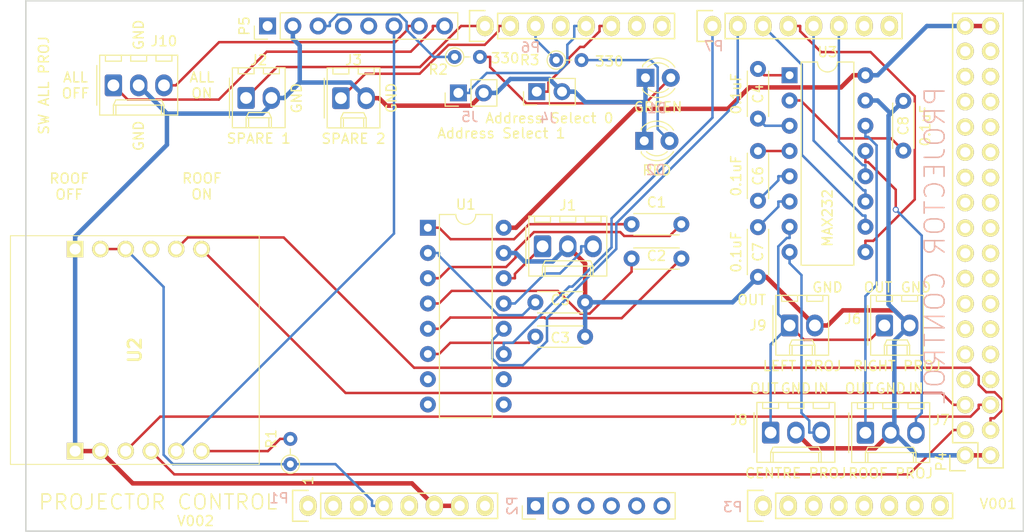
<source format=kicad_pcb>
(kicad_pcb (version 20211014) (generator pcbnew)
  (title_block (date "mar. 31 mars 2015"))
  (layers (0 "F.Cu" signal) (31 "B.Cu" signal) (34 "B.Paste" user) (35 "F.Paste" user) (36 "B.SilkS" user "B.Silkscreen") (37 "F.SilkS" user "F.Silkscreen") (38 "B.Mask" user) (39 "F.Mask" user) (44 "Edge.Cuts" user))
  (net 0 "")
  (net 1 "GND")
  (net 2 "/47")
  (net 3 "/45")
  (net 4 "/43")
  (net 5 "/41")
  (net 6 "/39")
  (net 7 "/37")
  (net 8 "/35")
  (net 9 "/33")
  (net 10 "Net-(C1-Pad1)")
  (net 11 "/31")
  (net 12 "Net-(C1-Pad2)")
  (net 13 "/29")
  (net 14 "Net-(C2-Pad1)")
  (net 15 "/27")
  (net 16 "Net-(C2-Pad2)")
  (net 17 "/25")
  (net 18 "Net-(C3-Pad1)")
  (net 19 "/23")
  (net 20 "+5V")
  (net 21 "GNDD")
  (net 22 "/ALL_ON")
  (net 23 "/SPARE 1")
  (net 24 "/SPARE 2")
  (net 25 "/ROOF_OFF")
  (net 26 "/ROOF_ON")
  (net 27 "/ALL_OFF")
  (net 28 "Net-(D1-Pad2)")
  (net 29 "Net-(D2-Pad2)")
  (net 31 "/RED_LED")
  (net 32 "/GREEN_LED")
  (net 33 "/SERIAL_TX3")
  (net 34 "Net-(C4-Pad1)")
  (net 36 "/IOREF")
  (net 37 "/Reset")
  (net 38 "/SCLK")
  (net 39 "/Vin")
  (net 40 "/A5")
  (net 41 "/A8")
  (net 42 "/A9")
  (net 43 "/SERIAL_RX3")
  (net 44 "/SERIAL_TX2")
  (net 45 "/SERIAL_RX2")
  (net 46 "/SERIAL_TX1")
  (net 47 "/SERIAL_RX1")
  (net 48 "/ADDRESS_SELECT_0")
  (net 49 "/ADDRESS_SELECT_1")
  (net 50 "/A10")
  (net 51 "/A11")
  (net 52 "+5VL")
  (net 53 "/A3")
  (net 54 "/A2")
  (net 55 "/A1")
  (net 56 "/A0")
  (net 57 "/A4")
  (net 58 "/A12")
  (net 59 "/A13")
  (net 60 "/A14")
  (net 61 "/A15")
  (net 62 "/MISO")
  (net 64 "/MOSI")
  (net 65 "/ES1_RST")
  (net 80 "/SS")
  (net 81 "/AREF")
  (net 83 "/D1")
  (net 84 "/D0")
  (net 86 "/RS232_TX2")
  (net 87 "/RS232_RX2")
  (net 88 "/RS232_RX1")
  (net 89 "/RS232_TX1")
  (net 90 "Net-(R1-Pad2)")
  (net 91 "+3.3V")
  (net 92 "Net-(C4-Pad2)")
  (net 93 "Net-(C5-Pad1)")
  (net 94 "Net-(C6-Pad1)")
  (net 95 "Net-(C6-Pad2)")
  (net 96 "Net-(C7-Pad1)")
  (net 97 "Net-(C8-Pad1)")
  (net 98 "/RS232_TX3")
  (net 99 "/RS232_RX3")
  (footprint "Socket_Arduino_Mega:Socket_Strip_Arduino_2x18" (layer "F.Cu") (at 197.358 114.046 90)
    (fp_text reference "P4")
    (fp_text value "Digital")
  )
  (footprint "Socket_Arduino_Mega:Socket_Strip_Arduino_1x08" (layer "F.Cu") (at 131.318 119.126)
    (fp_text reference "P1")
    (fp_text value "Power")
  )
  (footprint "Connector_PinHeader_2.54mm:PinHeader_1x06_P2.54mm_Vertical" (layer "F.Cu") (at 154.178 119.126 90)
    (fp_text reference "P2")
    (fp_text value "Analog")
  )
  (footprint "Socket_Arduino_Mega:Socket_Strip_Arduino_1x08" (layer "F.Cu") (at 177.038 119.126)
    (fp_text reference "P3")
    (fp_text value "Analog")
  )
  (footprint "Connector_PinHeader_2.54mm:PinHeader_1x08_P2.54mm_Vertical" (layer "F.Cu") (at 127.254 70.866 90)
    (fp_text reference "P5")
    (fp_text value "PWM")
  )
  (footprint "Socket_Arduino_Mega:Socket_Strip_Arduino_1x08" (layer "F.Cu") (at 149.098 70.866)
    (fp_text reference "P6")
    (fp_text value "PWM")
  )
  (footprint "Socket_Arduino_Mega:Socket_Strip_Arduino_1x08" (layer "F.Cu") (at 171.958 70.866)
    (fp_text reference "P7")
    (fp_text value "Communication")
  )
  (footprint "LED_THT:LED_D3.0mm" (layer "F.Cu") (at 165.227 76.073)
    (fp_text reference "D1")
    (fp_text value "GREEN")
  )
  (footprint "LED_THT:LED_D3.0mm" (layer "F.Cu") (at 165.1 82.423)
    (fp_text reference "D2")
    (fp_text value "RED")
  )
  (footprint "Connector_PinHeader_2.54mm:PinHeader_1x02_P2.54mm_Vertical" (layer "F.Cu") (at 154.3 77.47 90)
    (fp_text reference "J4")
    (fp_text value "Address Select 0")
  )
  (footprint "Connector_PinHeader_2.54mm:PinHeader_1x02_P2.54mm_Vertical" (layer "F.Cu") (at 146.426 77.597 90)
    (fp_text reference "J5")
    (fp_text value "Address Select 1")
  )
  (footprint "PT_Library_v001:PT_R_Axial_DIN0204_L3.6mm_D1.6mm_P2.54mm_Vertical" (layer "F.Cu") (at 146.05 73.9775)
    (fp_text reference "R2")
    (fp_text value "330")
  )
  (footprint "PT_Library_v001:PT_R_Axial_DIN0204_L3.6mm_D1.6mm_P2.54mm_Vertical" (layer "F.Cu") (at 156.26 74.295)
    (fp_text reference "R3")
    (fp_text value "330")
  )
  (footprint "Capacitor_THT:C_Disc_D4.3mm_W1.9mm_P5.00mm" (layer "F.Cu") (at 176.53 91.099 -90)
    (fp_text reference "C7")
    (fp_text value "0.1uF")
  )
  (footprint "Connector_Molex:Molex_KK-254_AE-6410-02A_1x02_P2.54mm_Vertical" (layer "F.Cu") (at 125.095 78.105)
    (fp_text reference "J2")
    (fp_text value "SPARE 1")
  )
  (footprint "USR-ES1:USRES1" (layer "F.Cu") (at 107.915 113.62 90)
    (fp_text reference "U2")
    (fp_text value "USR-ES1" hide)
  )
  (footprint "Capacitor_THT:C_Disc_D4.3mm_W1.9mm_P5.00mm" (layer "F.Cu") (at 163.83 90.805)
    (fp_text reference "C1")
    (fp_text value "0.1uF")
  )
  (footprint "Connector_Molex:Molex_KK-254_AE-6410-02A_1x02_P2.54mm_Vertical" (layer "F.Cu") (at 189.23 100.985)
    (fp_text reference "J6")
    (fp_text value "RIGHT PROJ")
  )
  (footprint "Capacitor_THT:C_Disc_D4.3mm_W1.9mm_P5.00mm" (layer "F.Cu") (at 191.135 83.399 90)
    (fp_text reference "C8")
    (fp_text value "0.1uF")
  )
  (footprint "Connector_Molex:Molex_KK-254_AE-6410-03A_1x03_P2.54mm_Vertical" (layer "F.Cu") (at 177.8 111.76)
    (fp_text reference "J8")
    (fp_text value "CENTRE PROJ")
  )
  (footprint "Connector_Molex:Molex_KK-254_AE-6410-03A_1x03_P2.54mm_Vertical" (layer "F.Cu") (at 187.325 111.78)
    (fp_text reference "J7")
    (fp_text value "ROOF PROJ")
  )
  (footprint "Connector_Molex:Molex_KK-254_AE-6410-03A_1x03_P2.54mm_Vertical" (layer "F.Cu") (at 154.88 93.025)
    (fp_text reference "J1")
    (fp_text value "SPARE PROJ")
  )
  (footprint "Capacitor_THT:C_Disc_D4.3mm_W1.9mm_P5.00mm" (layer "F.Cu") (at 154.16 98.655)
    (fp_text reference "C5")
    (fp_text value "0.1uF")
  )
  (footprint "Connector_Molex:Molex_KK-254_AE-6410-02A_1x02_P2.54mm_Vertical" (layer "F.Cu") (at 179.705 100.985)
    (fp_text reference "J9")
    (fp_text value "LEFT PROJ")
  )
  (footprint "Package_DIP:DIP-16_W7.62mm" (layer "F.Cu") (at 143.36 91.155)
    (fp_text reference "U1")
    (fp_text value "MAX232")
  )
  (footprint "Connector_Molex:Molex_KK-254_AE-6410-03A_1x03_P2.54mm_Vertical" (layer "F.Cu") (at 111.76 76.835)
    (fp_text reference "J10")
    (fp_text value "SW ALL PROJ")
  )
  (footprint "Capacitor_THT:C_Disc_D4.3mm_W1.9mm_P5.00mm" (layer "F.Cu") (at 176.53 75.184 -90)
    (fp_text reference "C4")
    (fp_text value "0.1uF")
  )
  (footprint "Package_DIP:DIP-16_W7.62mm" (layer "F.Cu") (at 179.705 75.819)
    (fp_text reference "U3")
    (fp_text value "MAX232")
  )
  (footprint "Capacitor_THT:C_Disc_D4.3mm_W1.9mm_P5.00mm" (layer "F.Cu") (at 163.83 94.255)
    (fp_text reference "C2")
    (fp_text value "0.1uF")
  )
  (footprint "Connector_Molex:Molex_KK-254_AE-6410-02A_1x02_P2.54mm_Vertical" (layer "F.Cu") (at 134.62 78.125)
    (fp_text reference "J3")
    (fp_text value "SPARE 2")
  )
  (footprint "Capacitor_THT:C_Disc_D4.3mm_W1.9mm_P5.00mm" (layer "F.Cu") (at 154.16 102.105)
    (fp_text reference "C3")
    (fp_text value "0.1uF")
  )
  (footprint "PT_Library_v001:PT_R_Axial_DIN0204_L3.6mm_D1.6mm_P2.54mm_Vertical" (layer "F.Cu") (at 129.54 114.935 90)
    (fp_text reference "R1")
    (fp_text value "10K")
  )
  (footprint "Capacitor_THT:C_Disc_D4.3mm_W1.9mm_P5.00mm" (layer "F.Cu") (at 176.53 83.439 -90)
    (fp_text reference "C6")
    (fp_text value "0.1uF")
  )
  (gr_line (start 102.965 121.666) (end 203.2 121.666) (layer "Edge.Cuts") (width 0.15))
  (gr_line (start 203.2 121.666) (end 203.2 68.326) (layer "Edge.Cuts") (width 0.15))
  (gr_line (start 102.965 68.326) (end 102.965 121.666) (layer "Edge.Cuts") (width 0.15))
  (gr_line (start 102.965 68.326) (end 203.2 68.326) (layer "Edge.Cuts") (width 0.15))
  (gr_text "PROJECTOR CONTROL\n" (at 194.31 76.835 90) (layer "B.SilkS") (effects (font (size 2 2)) (justify left mirror)))
  (gr_text "V001\n" (at 200.66 118.9355) (layer "F.SilkS") (effects (font (size 1 1))))
  (gr_text "GND" (at 114.3 71.755 90) (layer "F.SilkS") (effects (font (size 1 1))))
  (gr_text "ALL\nON" (at 120.65 76.835) (layer "F.SilkS") (effects (font (size 1 1))))
  (gr_text "V002\n" (at 120.015 120.65) (layer "F.SilkS") (effects (font (size 1 1))))
  (gr_text "OUT" (at 186.69 107.315) (layer "F.SilkS") (effects (font (size 1 1))))
  (gr_text "GND" (at 114.3 81.915 90) (layer "F.SilkS") (effects (font (size 1 1))))
  (gr_text "IN" (at 192.405 107.315) (layer "F.SilkS") (effects (font (size 1 1))))
  (gr_text "OUT" (at 175.895 98.425) (layer "F.SilkS") (effects (font (size 1 1))))
  (gr_text "GND" (at 180.34 107.315) (layer "F.SilkS") (effects (font (size 1 1))))
  (gr_text "GND" (at 183.515 97.155) (layer "F.SilkS") (effects (font (size 1 1))))
  (gr_text "1" (at 131.318 116.586 90) (layer "F.SilkS") (effects (font (size 1 1))))
  (gr_text "ALL\nOFF" (at 107.95 76.835) (layer "F.SilkS") (effects (font (size 1 1))))
  (gr_text "GND" (at 192.405 97.155) (layer "F.SilkS") (effects (font (size 1 1))))
  (gr_text "ROOF\nON" (at 120.65 86.995) (layer "F.SilkS") (effects (font (size 1 1))))
  (gr_text "ROOF\nOFF" (at 107.315 87.015) (layer "F.SilkS") (effects (font (size 1 1))))
  (gr_text "GND" (at 130.175 78.125 90) (layer "F.SilkS") (effects (font (size 1 1))))
  (gr_text "OUT" (at 177.165 107.315) (layer "F.SilkS") (effects (font (size 1 1))))
  (gr_text "PROJECTOR CONTROL\n" (at 104.14 118.745) (layer "F.SilkS") (effects (font (size 1.5 1.5)) (justify left)))
  (gr_text "GND" (at 139.7 78.105 90) (layer "F.SilkS") (effects (font (size 1 1))))
  (gr_text "OUT" (at 188.595 97.155) (layer "F.SilkS") (effects (font (size 1 1))))
  (gr_text "IN" (at 182.88 107.315) (layer "F.SilkS") (effects (font (size 1 1))))
  (gr_text "GND" (at 189.865 107.315) (layer "F.SilkS") (effects (font (size 1 1))))
  (segment (start 188.3019 113.3431) (end 189.865 111.78) (width 0.45) (layer "F.Cu") (net 1))
  (segment (start 190.2486 99.4636) (end 185.0617 99.4636) (width 0.45) (layer "F.Cu") (net 1))
  (segment (start 199.898 114.046) (end 197.358 114.046) (width 0.45) (layer "F.Cu") (net 1))
  (segment (start 181.9231 113.3431) (end 188.3019 113.3431) (width 0.45) (layer "F.Cu") (net 1))
  (segment (start 182.245 100.985) (end 177.359 96.099) (width 0.45) (layer "F.Cu") (net 1))
  (segment (start 157.42 93.025) (end 159.16 94.765) (width 0.45) (layer "F.Cu") (net 1))
  (segment (start 180.34 111.76) (end 181.9231 113.3431) (width 0.45) (layer "F.Cu") (net 1))
  (segment (start 177.359 96.099) (end 176.53 96.099) (width 0.45) (layer "F.Cu") (net 1))
  (segment (start 185.0617 99.4636) (end 183.5403 100.985) (width 0.45) (layer "F.Cu") (net 1))
  (segment (start 159.16 94.765) (end 159.16 98.655) (width 0.45) (layer "F.Cu") (net 1))
  (segment (start 191.77 100.985) (end 190.2486 99.4636) (width 0.45) (layer "F.Cu") (net 1))
  (segment (start 182.245 100.985) (end 183.5403 100.985) (width 0.45) (layer "F.Cu") (net 1))
  (segment (start 187.325 78.359) (end 188.5503 78.359) (width 0.45) (layer "B.Cu") (net 1))
  (segment (start 188.5503 78.359) (end 189.8627 79.6713) (width 0.45) (layer "B.Cu") (net 1))
  (segment (start 189.8627 79.6713) (end 191.135 78.399) (width 0.45) (layer "B.Cu") (net 1))
  (segment (start 152.2053 93.695) (end 153.0566 94.5463) (width 0.45) (layer "B.Cu") (net 1))
  (segment (start 189.865 111.78) (end 190.2334 111.78) (width 0.45) (layer "B.Cu") (net 1))
  (segment (start 189.6493 79.8847) (end 189.8627 79.6713) (width 0.45) (layer "B.Cu") (net 1))
  (segment (start 190.2334 102.5216) (end 191.77 100.985) (width 0.45) (layer "B.Cu") (net 1))
  (segment (start 192.4994 114.046) (end 190.2334 111.78) (width 0.45) (layer "B.Cu") (net 1))
  (segment (start 189.6493 98.8643) (end 189.6493 79.8847) (width 0.45) (layer "B.Cu") (net 1))
  (segment (start 150.98 93.695) (end 152.2053 93.695) (width 0.45) (layer "B.Cu") (net 1))
  (segment (start 153.0566 94.5463) (end 155.8987 94.5463) (width 0.45) (layer "B.Cu") (net 1))
  (segment (start 159.16 102.105) (end 159.16 98.655) (width 0.45) (layer "B.Cu") (net 1))
  (segment (start 190.2334 111.78) (end 190.2334 102.5216) (width 0.45) (layer "B.Cu") (net 1))
  (segment (start 197.358 114.046) (end 192.4994 114.046) (width 0.45) (layer "B.Cu") (net 1))
  (segment (start 159.16 98.655) (end 173.974 98.655) (width 0.45) (layer "B.Cu") (net 1))
  (segment (start 155.8987 94.5463) (end 157.42 93.025) (width 0.45) (layer "B.Cu") (net 1))
  (segment (start 173.974 98.655) (end 176.53 96.099) (width 0.45) (layer "B.Cu") (net 1))
  (segment (start 191.77 100.985) (end 189.6493 98.8643) (width 0.45) (layer "B.Cu") (net 1))
  (segment (start 143.36 91.155) (end 144.4853 91.155) (width 0.25) (layer "F.Cu") (net 10))
  (segment (start 153.5264 90.805) (end 163.83 90.805) (width 0.25) (layer "F.Cu") (net 10))
  (segment (start 144.4853 91.155) (end 145.6393 92.309) (width 0.25) (layer "F.Cu") (net 10))
  (segment (start 145.6393 92.309) (end 152.0224 92.309) (width 0.25) (layer "F.Cu") (net 10))
  (segment (start 152.0224 92.309) (end 153.5264 90.805) (width 0.25) (layer "F.Cu") (net 10))
  (segment (start 168.83 90.805) (end 167.6492 91.9858) (width 0.25) (layer "F.Cu") (net 12))
  (segment (start 152.1723 94.1563) (end 151.2189 95.1097) (width 0.25) (layer "F.Cu") (net 12))
  (segment (start 143.36 96.235) (end 144.4853 96.235) (width 0.25) (layer "F.Cu") (net 12))
  (segment (start 162.6907 91.5907) (end 154.0209 91.5907) (width 0.25) (layer "F.Cu") (net 12))
  (segment (start 145.6106 95.1097) (end 144.4853 96.235) (width 0.25) (layer "F.Cu") (net 12))
  (segment (start 167.6492 91.9858) (end 163.0858 91.9858) (width 0.25) (layer "F.Cu") (net 12))
  (segment (start 154.0209 91.5907) (end 152.1723 93.4393) (width 0.25) (layer "F.Cu") (net 12))
  (segment (start 152.1723 93.4393) (end 152.1723 94.1563) (width 0.25) (layer "F.Cu") (net 12))
  (segment (start 151.2189 95.1097) (end 145.6106 95.1097) (width 0.25) (layer "F.Cu") (net 12))
  (segment (start 163.0858 91.9858) (end 162.6907 91.5907) (width 0.25) (layer "F.Cu") (net 12))
  (segment (start 163.83 95.5828) (end 159.6171 99.7957) (width 0.25) (layer "F.Cu") (net 14))
  (segment (start 143.36 98.775) (end 144.4853 98.775) (width 0.25) (layer "F.Cu") (net 14))
  (segment (start 159.6171 99.7957) (end 158.701 99.7957) (width 0.25) (layer "F.Cu") (net 14))
  (segment (start 158.701 99.7957) (end 156.4139 97.5086) (width 0.25) (layer "F.Cu") (net 14))
  (segment (start 145.7517 97.5086) (end 144.4853 98.775) (width 0.25) (layer "F.Cu") (net 14))
  (segment (start 156.4139 97.5086) (end 145.7517 97.5086) (width 0.25) (layer "F.Cu") (net 14))
  (segment (start 163.83 94.255) (end 163.83 95.5828) (width 0.25) (layer "F.Cu") (net 14))
  (segment (start 145.6111 100.1892) (end 155.0946 100.1892) (width 0.25) (layer "F.Cu") (net 16))
  (segment (start 155.0946 100.1892) (end 155.1586 100.2532) (width 0.25) (layer "F.Cu") (net 16))
  (segment (start 143.36 101.315) (end 144.4853 101.315) (width 0.25) (layer "F.Cu") (net 16))
  (segment (start 162.8318 100.2532) (end 168.83 94.255) (width 0.25) (layer "F.Cu") (net 16))
  (segment (start 155.1586 100.2532) (end 162.8318 100.2532) (width 0.25) (layer "F.Cu") (net 16))
  (segment (start 144.4853 101.315) (end 145.6111 100.1892) (width 0.25) (layer "F.Cu") (net 16))
  (segment (start 154.16 102.105) (end 153.5353 102.7297) (width 0.25) (layer "F.Cu") (net 18))
  (segment (start 143.36 103.855) (end 144.4853 103.855) (width 0.25) (layer "F.Cu") (net 18))
  (segment (start 145.6106 102.7297) (end 144.4853 103.855) (width 0.25) (layer "F.Cu") (net 18))
  (segment (start 153.5353 102.7297) (end 145.6106 102.7297) (width 0.25) (layer "F.Cu") (net 18))
  (segment (start 173.5072 79.1958) (end 164.1645 79.1958) (width 0.45) (layer "F.Cu") (net 20))
  (segment (start 164.1645 79.1958) (end 152.2053 91.155) (width 0.45) (layer "F.Cu") (net 20))
  (segment (start 150.98 91.155) (end 152.2053 91.155) (width 0.45) (layer "F.Cu") (net 20))
  (segment (start 175.6587 77.0443) (end 173.5072 79.1958) (width 0.45) (layer "F.Cu") (net 20))
  (segment (start 184.8744 77.0443) (end 175.6587 77.0443) (width 0.45) (layer "F.Cu") (net 20))
  (segment (start 187.325 75.819) (end 186.0997 75.819) (width 0.45) (layer "F.Cu") (net 20))
  (segment (start 186.0997 75.819) (end 184.8744 77.0443) (width 0.45) (layer "F.Cu") (net 20))
  (segment (start 199.898 70.866) (end 197.358 70.866) (width 0.45) (layer "F.Cu") (net 20))
  (segment (start 188.5503 75.819) (end 193.5033 70.866) (width 0.45) (layer "B.Cu") (net 20))
  (segment (start 187.325 75.819) (end 188.5503 75.819) (width 0.45) (layer "B.Cu") (net 20))
  (segment (start 193.5033 70.866) (end 197.358 70.866) (width 0.45) (layer "B.Cu") (net 20))
  (segment (start 146.558 119.126) (end 144.018 119.126) (width 0.45) (layer "F.Cu") (net 21))
  (segment (start 110.455 113.62) (end 113.7038 116.8688) (width 0.45) (layer "F.Cu") (net 21))
  (segment (start 141.7608 116.8688) (end 144.018 119.126) (width 0.45) (layer "F.Cu") (net 21))
  (segment (start 137.16 78.125) (end 138.4553 78.125) (width 0.45) (layer "F.Cu") (net 21))
  (segment (start 139.2099 78.8796) (end 147.6834 78.8796) (width 0.45) (layer "F.Cu") (net 21))
  (segment (start 147.6834 78.8796) (end 148.966 77.597) (width 0.45) (layer "F.Cu") (net 21))
  (segment (start 110.455 113.62) (end 107.915 113.62) (width 0.45) (layer "F.Cu") (net 21))
  (segment (start 138.4553 78.125) (end 139.2099 78.8796) (width 0.45) (layer "F.Cu") (net 21))
  (segment (start 113.7038 116.8688) (end 141.7608 116.8688) (width 0.45) (layer "F.Cu") (net 21))
  (segment (start 128.2827 78.105) (end 126.7122 79.6755) (width 0.45) (layer "B.Cu") (net 21))
  (segment (start 126.7122 79.6755) (end 117.1405 79.6755) (width 0.45) (layer "B.Cu") (net 21))
  (segment (start 117.1405 82.8167) (end 107.915 92.0422) (width 0.45) (layer "B.Cu") (net 21))
  (segment (start 165.1 81.0977) (end 165.1 78.5218) (width 0.45) (layer "B.Cu") (net 21))
  (segment (start 107.915 93.3) (end 107.915 113.62) (width 0.45) (layer "B.Cu") (net 21))
  (segment (start 127.635 78.105) (end 128.2827 78.105) (width 0.45) (layer "B.Cu") (net 21))
  (segment (start 159.1671 78.5218) (end 158.1153 77.47) (width 0.45) (layer "B.Cu") (net 21))
  (segment (start 165.1 82.423) (end 165.1 81.0977) (width 0.45) (layer "B.Cu") (net 21))
  (segment (start 128.2827 78.105) (end 128.9303 78.105) (width 0.45) (layer "B.Cu") (net 21))
  (segment (start 135.5851 76.5501) (end 130.4852 76.5501) (width 0.45) (layer "B.Cu") (net 21))
  (segment (start 165.227 78.3948) (end 165.1 78.5218) (width 0.45) (layer "B.Cu") (net 21))
  (segment (start 129.794 72.1413) (end 130.4852 72.8325) (width 0.45) (layer "B.Cu") (net 21))
  (segment (start 165.227 76.073) (end 165.227 78.3948) (width 0.45) (layer "B.Cu") (net 21))
  (segment (start 117.1405 79.6755) (end 117.1405 82.8167) (width 0.45) (layer "B.Cu") (net 21))
  (segment (start 129.794 70.866) (end 129.794 72.1413) (width 0.45) (layer "B.Cu") (net 21))
  (segment (start 165.1 78.5218) (end 159.1671 78.5218) (width 0.45) (layer "B.Cu") (net 21))
  (segment (start 156.84 77.47) (end 158.1153 77.47) (width 0.45) (layer "B.Cu") (net 21))
  (segment (start 151.6437 76.1946) (end 155.5646 76.1946) (width 0.45) (layer "B.Cu") (net 21))
  (segment (start 137.16 78.125) (end 135.5851 76.5501) (width 0.45) (layer "B.Cu") (net 21))
  (segment (start 150.2413 77.597) (end 151.6437 76.1946) (width 0.45) (layer "B.Cu") (net 21))
  (segment (start 130.4852 76.5501) (end 128.9303 78.105) (width 0.45) (layer "B.Cu") (net 21))
  (segment (start 117.1405 79.6755) (end 114.3 76.835) (width 0.45) (layer "B.Cu") (net 21))
  (segment (start 107.915 93.3) (end 107.915 92.0422) (width 0.45) (layer "B.Cu") (net 21))
  (segment (start 130.4852 72.8325) (end 130.4852 76.5501) (width 0.45) (layer "B.Cu") (net 21))
  (segment (start 148.966 77.597) (end 150.2413 77.597) (width 0.45) (layer "B.Cu") (net 21))
  (segment (start 155.5646 76.1946) (end 156.84 77.47) (width 0.45) (layer "B.Cu") (net 21))
  (segment (start 143.8587 71.2333) (end 143.8587 70.866) (width 0.25) (layer "F.Cu") (net 22))
  (segment (start 113.1904 78.2654) (end 122.3551 78.2654) (width 0.25) (layer "F.Cu") (net 22))
  (segment (start 127.1697 73.4508) (end 141.6412 73.4508) (width 0.25) (layer "F.Cu") (net 22))
  (segment (start 111.76 76.835) (end 113.1904 78.2654) (width 0.25) (layer "F.Cu") (net 22))
  (segment (start 122.3551 78.2654) (end 127.1697 73.4508) (width 0.25) (layer "F.Cu") (net 22))
  (segment (start 145.034 70.866) (end 143.8587 70.866) (width 0.25) (layer "F.Cu") (net 22))
  (segment (start 141.6412 73.4508) (end 143.8587 71.2333) (width 0.25) (layer "F.Cu") (net 22))
  (segment (start 128.2079 74.9921) (end 125.095 78.105) (width 0.25) (layer "F.Cu") (net 23))
  (segment (start 146.6963 70.866) (end 142.5702 74.9921) (width 0.25) (layer "F.Cu") (net 23))
  (segment (start 142.5702 74.9921) (end 128.2079 74.9921) (width 0.25) (layer "F.Cu") (net 23))
  (segment (start 149.098 70.866) (end 146.6963 70.866) (width 0.25) (layer "F.Cu") (net 23))
  (segment (start 134.62 78.125) (end 137.0775 75.6675) (width 0.25) (layer "F.Cu") (net 24))
  (segment (start 149.0736 72.7616) (end 150.4491 71.3861) (width 0.25) (layer "F.Cu") (net 24))
  (segment (start 151.638 70.866) (end 150.4491 70.866) (width 0.25) (layer "F.Cu") (net 24))
  (segment (start 145.4376 72.7616) (end 149.0736 72.7616) (width 0.25) (layer "F.Cu") (net 24))
  (segment (start 142.5317 75.6675) (end 145.4376 72.7616) (width 0.25) (layer "F.Cu") (net 24))
  (segment (start 137.0775 75.6675) (end 142.5317 75.6675) (width 0.25) (layer "F.Cu") (net 24))
  (segment (start 150.4491 71.3861) (end 150.4491 70.866) (width 0.25) (layer "F.Cu") (net 24))
  (segment (start 140.0605 72.4916) (end 141.3187 71.2334) (width 0.25) (layer "F.Cu") (net 27))
  (segment (start 141.3187 71.2334) (end 141.3187 70.866) (width 0.25) (layer "F.Cu") (net 27))
  (segment (start 116.84 76.835) (end 118.0353 76.835) (width 0.25) (layer "F.Cu") (net 27))
  (segment (start 118.0353 76.835) (end 122.3787 72.4916) (width 0.25) (layer "F.Cu") (net 27))
  (segment (start 142.494 70.866) (end 141.3187 70.866) (width 0.25) (layer "F.Cu") (net 27))
  (segment (start 122.3787 72.4916) (end 140.0605 72.4916) (width 0.25) (layer "F.Cu") (net 27))
  (segment (start 165.1946 78.6454) (end 153.2579 78.6454) (width 0.25) (layer "F.Cu") (net 28))
  (segment (start 148.59 73.9775) (end 149.6153 73.9775) (width 0.25) (layer "F.Cu") (net 28))
  (segment (start 153.2579 78.6454) (end 149.6153 75.0028) (width 0.25) (layer "F.Cu") (net 28))
  (segment (start 149.6153 75.0028) (end 149.6153 73.9775) (width 0.25) (layer "F.Cu") (net 28))
  (segment (start 167.767 76.073) (end 165.1946 78.6454) (width 0.25) (layer "F.Cu") (net 28))
  (segment (start 158.8 74.295) (end 165.743 74.295) (width 0.25) (layer "B.Cu") (net 29))
  (segment (start 166.4524 81.2354) (end 167.64 82.423) (width 0.25) (layer "B.Cu") (net 29))
  (segment (start 166.4524 75.0044) (end 166.4524 81.2354) (width 0.25) (layer "B.Cu") (net 29))
  (segment (start 165.743 74.295) (end 166.4524 75.0044) (width 0.25) (layer "B.Cu") (net 29))
  (segment (start 140.4695 69.6907) (end 134.3172 69.6907) (width 0.25) (layer "B.Cu") (net 31))
  (segment (start 143.9413 73.9775) (end 141.224 71.2602) (width 0.25) (layer "B.Cu") (net 31))
  (segment (start 132.334 70.866) (end 133.5093 70.866) (width 0.25) (layer "B.Cu") (net 31))
  (segment (start 133.5093 70.4986) (end 133.5093 70.866) (width 0.25) (layer "B.Cu") (net 31))
  (segment (start 146.05 73.9775) (end 143.9413 73.9775) (width 0.25) (layer "B.Cu") (net 31))
  (segment (start 141.224 71.2602) (end 141.224 70.4452) (width 0.25) (layer "B.Cu") (net 31))
  (segment (start 134.3172 69.6907) (end 133.5093 70.4986) (width 0.25) (layer "B.Cu") (net 31))
  (segment (start 141.224 70.4452) (end 140.4695 69.6907) (width 0.25) (layer "B.Cu") (net 31))
  (segment (start 156.26 74.295) (end 154.178 72.213) (width 0.25) (layer "B.Cu") (net 32))
  (segment (start 154.178 72.213) (end 154.178 70.866) (width 0.25) (layer "B.Cu") (net 32))
  (segment (start 157.5561 97.0792) (end 151.9056 102.7297) (width 0.25) (layer "B.Cu") (net 33))
  (segment (start 171.958 70.866) (end 171.958 80.0812) (width 0.25) (layer "B.Cu") (net 33))
  (segment (start 161.8159 90.2233) (end 161.8159 93.1325) (width 0.25) (layer "B.Cu") (net 33))
  (segment (start 161.8159 93.1325) (end 157.8692 97.0792) (width 0.25) (layer "B.Cu") (net 33))
  (segment (start 157.8692 97.0792) (end 157.5561 97.0792) (width 0.25) (layer "B.Cu") (net 33))
  (segment (start 171.958 80.0812) (end 161.8159 90.2233) (width 0.25) (layer "B.Cu") (net 33))
  (segment (start 150.98 103.855) (end 150.98 102.7297) (width 0.25) (layer "B.Cu") (net 33))
  (segment (start 151.9056 102.7297) (end 150.98 102.7297) (width 0.25) (layer "B.Cu") (net 33))
  (segment (start 177.165 75.819) (end 176.53 75.184) (width 0.25) (layer "F.Cu") (net 34))
  (segment (start 179.705 75.819) (end 177.165 75.819) (width 0.25) (layer "F.Cu") (net 34))
  (segment (start 197.358 111.506) (end 196.1691 111.506) (width 0.25) (layer "F.Cu") (net 38))
  (segment (start 191.7125 115.9626) (end 196.1691 111.506) (width 0.25) (layer "F.Cu") (net 38))
  (segment (start 117.8776 115.9626) (end 191.7125 115.9626) (width 0.25) (layer "F.Cu") (net 38))
  (segment (start 115.535 113.62) (end 117.8776 115.9626) (width 0.25) (layer "F.Cu") (net 38))
  (segment (start 152.9137 104.9817) (end 155.3295 102.5659) (width 0.25) (layer "B.Cu") (net 43))
  (segment (start 162.2935 90.7009) (end 174.498 78.4964) (width 0.25) (layer "B.Cu") (net 43))
  (segment (start 150.98 101.315) (end 149.8361 102.4589) (width 0.25) (layer "B.Cu") (net 43))
  (segment (start 155.3295 102.5659) (end 155.3295 100.2558) (width 0.25) (layer "B.Cu") (net 43))
  (segment (start 149.8361 104.3239) (end 150.4939 104.9817) (width 0.25) (layer "B.Cu") (net 43))
  (segment (start 155.3295 100.2558) (end 162.2935 93.2918) (width 0.25) (layer "B.Cu") (net 43))
  (segment (start 150.4939 104.9817) (end 152.9137 104.9817) (width 0.25) (layer "B.Cu") (net 43))
  (segment (start 162.2935 93.2918) (end 162.2935 90.7009) (width 0.25) (layer "B.Cu") (net 43))
  (segment (start 149.8361 102.4589) (end 149.8361 104.3239) (width 0.25) (layer "B.Cu") (net 43))
  (segment (start 174.498 78.4964) (end 174.498 70.866) (width 0.25) (layer "B.Cu") (net 43))
  (segment (start 180.9367 74.7647) (end 177.038 70.866) (width 0.25) (layer "B.Cu") (net 44))
  (segment (start 187.325 89.9337) (end 187.0437 89.9337) (width 0.25) (layer "B.Cu") (net 44))
  (segment (start 187.325 91.059) (end 187.325 89.9337) (width 0.25) (layer "B.Cu") (net 44))
  (segment (start 180.9367 83.8267) (end 180.9367 74.7647) (width 0.25) (layer "B.Cu") (net 44))
  (segment (start 187.0437 89.9337) (end 180.9367 83.8267) (width 0.25) (layer "B.Cu") (net 44))
  (segment (start 192.2847 88.31) (end 192.2847 77.929) (width 0.25) (layer "F.Cu") (net 45))
  (segment (start 179.578 70.866) (end 180.7669 70.866) (width 0.25) (layer "F.Cu") (net 45))
  (segment (start 182.8683 73.4875) (end 180.7669 71.3861) (width 0.25) (layer "F.Cu") (net 45))
  (segment (start 188.121 92.4737) (end 192.2847 88.31) (width 0.25) (layer "F.Cu") (net 45))
  (segment (start 192.2847 77.929) (end 187.8432 73.4875) (width 0.25) (layer "F.Cu") (net 45))
  (segment (start 180.7669 71.3861) (end 180.7669 70.866) (width 0.25) (layer "F.Cu") (net 45))
  (segment (start 187.8432 73.4875) (end 182.8683 73.4875) (width 0.25) (layer "F.Cu") (net 45))
  (segment (start 187.325 92.4737) (end 188.121 92.4737) (width 0.25) (layer "F.Cu") (net 45))
  (segment (start 187.325 93.599) (end 187.325 92.4737) (width 0.25) (layer "F.Cu") (net 45))
  (segment (start 187.325 88.519) (end 187.325 87.3937) (width 0.25) (layer "B.Cu") (net 46))
  (segment (start 187.1205 87.3937) (end 182.118 82.3912) (width 0.25) (layer "B.Cu") (net 46))
  (segment (start 187.325 87.3937) (end 187.1205 87.3937) (width 0.25) (layer "B.Cu") (net 46))
  (segment (start 182.118 82.3912) (end 182.118 70.866) (width 0.25) (layer "B.Cu") (net 46))
  (segment (start 187.325 85.979) (end 187.325 84.8537) (width 0.25) (layer "B.Cu") (net 47))
  (segment (start 187.325 84.8537) (end 187.0437 84.8537) (width 0.25) (layer "B.Cu") (net 47))
  (segment (start 187.0437 84.8537) (end 184.658 82.468) (width 0.25) (layer "B.Cu") (net 47))
  (segment (start 184.658 82.468) (end 184.658 70.866) (width 0.25) (layer "B.Cu") (net 47))
  (segment (start 159.042 72.9728) (end 160.6091 71.4057) (width 0.25) (layer "F.Cu") (net 48))
  (segment (start 158.6525 72.9728) (end 159.042 72.9728) (width 0.25) (layer "F.Cu") (net 48))
  (segment (start 157.53 74.4946) (end 157.53 74.0953) (width 0.25) (layer "F.Cu") (net 48))
  (segment (start 155.4753 76.5493) (end 157.53 74.4946) (width 0.25) (layer "F.Cu") (net 48))
  (segment (start 160.6091 71.4057) (end 160.6091 70.866) (width 0.25) (layer "F.Cu") (net 48))
  (segment (start 155.4753 77.47) (end 155.4753 76.5493) (width 0.25) (layer "F.Cu") (net 48))
  (segment (start 154.3 77.47) (end 155.4753 77.47) (width 0.25) (layer "F.Cu") (net 48))
  (segment (start 157.53 74.0953) (end 158.6525 72.9728) (width 0.25) (layer "F.Cu") (net 48))
  (segment (start 161.798 70.866) (end 160.6091 70.866) (width 0.25) (layer "F.Cu") (net 48))
  (segment (start 158.0691 72.0549) (end 158.0691 70.866) (width 0.25) (layer "B.Cu") (net 49))
  (segment (start 157.3707 72.7533) (end 158.0691 72.0549) (width 0.25) (layer "B.Cu") (net 49))
  (segment (start 147.6013 77.597) (end 147.6013 77.2696) (width 0.25) (layer "B.Cu") (net 49))
  (segment (start 147.6013 77.2696) (end 149.2795 75.5914) (width 0.25) (layer "B.Cu") (net 49))
  (segment (start 156.4138 75.5914) (end 157.3707 74.6345) (width 0.25) (layer "B.Cu") (net 49))
  (segment (start 159.258 70.866) (end 158.0691 70.866) (width 0.25) (layer "B.Cu") (net 49))
  (segment (start 146.426 77.597) (end 147.6013 77.597) (width 0.25) (layer "B.Cu") (net 49))
  (segment (start 157.3707 74.6345) (end 157.3707 72.7533) (width 0.25) (layer "B.Cu") (net 49))
  (segment (start 149.2795 75.5914) (end 156.4138 75.5914) (width 0.25) (layer "B.Cu") (net 49))
  (segment (start 197.358 108.966) (end 196.1691 108.966) (width 0.25) (layer "F.Cu") (net 62))
  (segment (start 194.9802 107.7771) (end 135.0921 107.7771) (width 0.25) (layer "F.Cu") (net 62))
  (segment (start 196.1691 108.966) (end 194.9802 107.7771) (width 0.25) (layer "F.Cu") (net 62))
  (segment (start 135.0921 107.7771) (end 120.615 93.3) (width 0.25) (layer "F.Cu") (net 62))
  (segment (start 116.4601 110.1549) (end 197.8918 110.1549) (width 0.25) (layer "F.Cu") (net 64))
  (segment (start 197.8918 110.1549) (end 198.7091 109.3376) (width 0.25) (layer "F.Cu") (net 64))
  (segment (start 198.7091 109.3376) (end 198.7091 108.966) (width 0.25) (layer "F.Cu") (net 64))
  (segment (start 199.898 108.966) (end 198.7091 108.966) (width 0.25) (layer "F.Cu") (net 64))
  (segment (start 112.995 113.62) (end 116.4601 110.1549) (width 0.25) (layer "F.Cu") (net 64))
  (segment (start 119.2421 92.1329) (end 128.8696 92.1329) (width 0.25) (layer "F.Cu") (net 65))
  (segment (start 198.709 106.9403) (end 199.4647 107.696) (width 0.25) (layer "F.Cu") (net 65))
  (segment (start 200.313 107.696) (end 201.0869 108.4699) (width 0.25) (layer "F.Cu") (net 65))
  (segment (start 198.709 106.0737) (end 198.709 106.9403) (width 0.25) (layer "F.Cu") (net 65))
  (segment (start 141.9737 105.237) (end 197.8723 105.237) (width 0.25) (layer "F.Cu") (net 65))
  (segment (start 199.4647 107.696) (end 200.313 107.696) (width 0.25) (layer "F.Cu") (net 65))
  (segment (start 201.0869 108.4699) (end 201.0869 109.4998) (width 0.25) (layer "F.Cu") (net 65))
  (segment (start 200.2696 110.3171) (end 199.898 110.3171) (width 0.25) (layer "F.Cu") (net 65))
  (segment (start 201.0869 109.4998) (end 200.2696 110.3171) (width 0.25) (layer "F.Cu") (net 65))
  (segment (start 199.898 111.506) (end 199.898 110.3171) (width 0.25) (layer "F.Cu") (net 65))
  (segment (start 197.8723 105.237) (end 198.709 106.0737) (width 0.25) (layer "F.Cu") (net 65))
  (segment (start 118.075 93.3) (end 119.2421 92.1329) (width 0.25) (layer "F.Cu") (net 65))
  (segment (start 128.8696 92.1329) (end 141.9737 105.237) (width 0.25) (layer "F.Cu") (net 65))
  (segment (start 118.075 113.62) (end 139.954 91.741) (width 0.25) (layer "B.Cu") (net 80))
  (segment (start 139.954 91.741) (end 139.954 70.866) (width 0.25) (layer "B.Cu") (net 80))
  (segment (start 181.1443 102.4243) (end 187.7907 102.4243) (width 0.25) (layer "F.Cu") (net 86))
  (segment (start 187.7907 102.4243) (end 189.23 100.985) (width 0.25) (layer "F.Cu") (net 86))
  (segment (start 179.705 100.985) (end 181.1443 102.4243) (width 0.25) (layer "F.Cu") (net 86))
  (segment (start 178.568 93.04) (end 178.568 99.848) (width 0.25) (layer "B.Cu") (net 86))
  (segment (start 177.8 111.76) (end 177.8 102.89) (width 0.25) (layer "B.Cu") (net 86))
  (segment (start 179.705 92.1843) (end 179.4237 92.1843) (width 0.25) (layer "B.Cu") (net 86))
  (segment (start 177.8 102.89) (end 179.705 100.985) (width 0.25) (layer "B.Cu") (net 86))
  (segment (start 179.705 91.059) (end 179.705 92.1843) (width 0.25) (layer "B.Cu") (net 86))
  (segment (start 178.568 99.848) (end 179.705 100.985) (width 0.25) (layer "B.Cu") (net 86))
  (segment (start 179.4237 92.1843) (end 178.568 93.04) (width 0.25) (layer "B.Cu") (net 86))
  (segment (start 179.705 94.7243) (end 180.9014 95.9207) (width 0.25) (layer "B.Cu") (net 87))
  (segment (start 180.9014 95.9207) (end 180.9014 109.7814) (width 0.25) (layer "B.Cu") (net 87))
  (segment (start 182.88 111.76) (end 181.6847 111.76) (width 0.25) (layer "B.Cu") (net 87))
  (segment (start 181.6847 110.5647) (end 181.6847 111.76) (width 0.25) (layer "B.Cu") (net 87))
  (segment (start 180.9014 109.7814) (end 181.6847 110.5647) (width 0.25) (layer "B.Cu") (net 87))
  (segment (start 179.705 93.599) (end 179.705 94.7243) (width 0.25) (layer "B.Cu") (net 87))
  (segment (start 187.325 83.439) (end 187.325 84.5643) (width 0.25) (layer "F.Cu") (net 88))
  (segment (start 187.325 84.5643) (end 187.6063 84.5643) (width 0.25) (layer "F.Cu") (net 88))
  (segment (start 187.6063 84.5643) (end 190.3746 87.3326) (width 0.25) (layer "F.Cu") (net 88))
  (segment (start 190.3746 87.3326) (end 190.3746 89.3357) (width 0.25) (layer "F.Cu") (net 88))
  (via (at 190.3746 89.3357) (size 0.6) (drill 0.4) (layers "F.Cu" "B.Cu") (net 88))
  (segment (start 192.9854 109.7793) (end 192.405 110.3597) (width 0.25) (layer "B.Cu") (net 88))
  (segment (start 192.405 111.78) (end 192.405 110.3597) (width 0.25) (layer "B.Cu") (net 88))
  (segment (start 190.3746 89.3357) (end 192.9854 91.9465) (width 0.25) (layer "B.Cu") (net 88))
  (segment (start 192.9854 91.9465) (end 192.9854 109.7793) (width 0.25) (layer "B.Cu") (net 88))
  (segment (start 188.4503 82.8682) (end 187.6064 82.0243) (width 0.25) (layer "B.Cu") (net 89))
  (segment (start 188.4503 96.9105) (end 188.4503 82.8682) (width 0.25) (layer "B.Cu") (net 89))
  (segment (start 187.325 111.78) (end 187.325 98.0358) (width 0.25) (layer "B.Cu") (net 89))
  (segment (start 187.325 80.899) (end 187.325 82.0243) (width 0.25) (layer "B.Cu") (net 89))
  (segment (start 187.325 98.0358) (end 188.4503 96.9105) (width 0.25) (layer "B.Cu") (net 89))
  (segment (start 187.6064 82.0243) (end 187.325 82.0243) (width 0.25) (layer "B.Cu") (net 89))
  (segment (start 127.2897 113.62) (end 120.615 113.62) (width 0.25) (layer "F.Cu") (net 90))
  (segment (start 128.5147 112.395) (end 127.2897 113.62) (width 0.25) (layer "F.Cu") (net 90))
  (segment (start 129.54 112.395) (end 128.5147 112.395) (width 0.25) (layer "F.Cu") (net 90))
  (segment (start 112.995 93.3) (end 110.455 93.3) (width 0.25) (layer "F.Cu") (net 91))
  (segment (start 138.938 119.126) (end 137.7491 119.126) (width 0.25) (layer "B.Cu") (net 91))
  (segment (start 134.0782 114.935) (end 129.54 114.935) (width 0.25) (layer "B.Cu") (net 91))
  (segment (start 137.7491 118.6059) (end 134.0782 114.935) (width 0.25) (layer "B.Cu") (net 91))
  (segment (start 116.805 97.11) (end 112.995 93.3) (width 0.25) (layer "B.Cu") (net 91))
  (segment (start 117.7412 114.935) (end 116.805 113.9988) (width 0.25) (layer "B.Cu") (net 91))
  (segment (start 116.805 113.9988) (end 116.805 97.11) (width 0.25) (layer "B.Cu") (net 91))
  (segment (start 137.7491 119.126) (end 137.7491 118.6059) (width 0.25) (layer "B.Cu") (net 91))
  (segment (start 129.54 114.935) (end 117.7412 114.935) (width 0.25) (layer "B.Cu") (net 91))
  (segment (start 177.245 80.899) (end 176.53 80.184) (width 0.25) (layer "B.Cu") (net 92))
  (segment (start 179.705 80.899) (end 177.245 80.899) (width 0.25) (layer "B.Cu") (net 92))
  (segment (start 144.4853 93.695) (end 144.4853 93.9763) (width 0.25) (layer "B.Cu") (net 93))
  (segment (start 144.4853 93.9763) (end 150.4575 99.9485) (width 0.25) (layer "B.Cu") (net 93))
  (segment (start 143.36 93.695) (end 144.4853 93.695) (width 0.25) (layer "B.Cu") (net 93))
  (segment (start 152.8665 99.9485) (end 154.16 98.655) (width 0.25) (layer "B.Cu") (net 93))
  (segment (start 150.4575 99.9485) (end 152.8665 99.9485) (width 0.25) (layer "B.Cu") (net 93))
  (segment (start 176.53 83.439) (end 179.705 83.439) (width 0.25) (layer "F.Cu") (net 94))
  (segment (start 178.5797 86.3893) (end 178.5797 85.979) (width 0.25) (layer "B.Cu") (net 95))
  (segment (start 179.705 85.979) (end 178.5797 85.979) (width 0.25) (layer "B.Cu") (net 95))
  (segment (start 176.53 88.439) (end 178.5797 86.3893) (width 0.25) (layer "B.Cu") (net 95))
  (segment (start 178.5797 88.519) (end 178.5797 89.0493) (width 0.25) (layer "B.Cu") (net 96))
  (segment (start 178.5797 89.0493) (end 176.53 91.099) (width 0.25) (layer "B.Cu") (net 96))
  (segment (start 179.705 88.519) (end 178.5797 88.519) (width 0.25) (layer "B.Cu") (net 96))
  (segment (start 189.905 82.169) (end 191.135 83.399) (width 0.25) (layer "F.Cu") (net 97))
  (segment (start 180.8303 78.359) (end 184.6403 82.169) (width 0.25) (layer "F.Cu") (net 97))
  (segment (start 179.705 78.359) (end 180.8303 78.359) (width 0.25) (layer "F.Cu") (net 97))
  (segment (start 184.6403 82.169) (end 189.905 82.169) (width 0.25) (layer "F.Cu") (net 97))
  (segment (start 150.98 96.235) (end 152.1053 96.235) (width 0.25) (layer "F.Cu") (net 98))
  (segment (start 152.1053 96.235) (end 152.1053 95.7997) (width 0.25) (layer "F.Cu") (net 98))
  (segment (start 152.1053 95.7997) (end 154.88 93.025) (width 0.25) (layer "F.Cu") (net 98))
  (segment (start 155.1272 95.7531) (end 156.6342 95.7531) (width 0.25) (layer "B.Cu") (net 99))
  (segment (start 158.7647 93.6226) (end 158.7647 93.025) (width 0.25) (layer "B.Cu") (net 99))
  (segment (start 156.6342 95.7531) (end 158.7647 93.6226) (width 0.25) (layer "B.Cu") (net 99))
  (segment (start 159.96 93.025) (end 158.7647 93.025) (width 0.25) (layer "B.Cu") (net 99))
  (segment (start 152.1053 98.775) (end 155.1272 95.7531) (width 0.25) (layer "B.Cu") (net 99))
  (segment (start 150.98 98.775) (end 152.1053 98.775) (width 0.25) (layer "B.Cu") (net 99))
)
</source>
